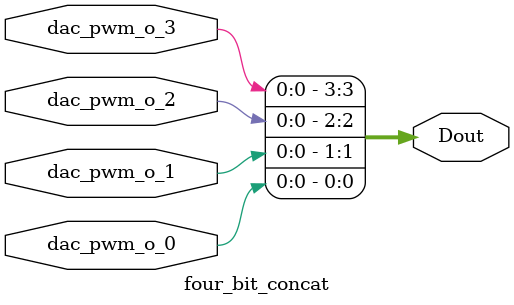
<source format=v>
`timescale 1ns / 1ps


module four_bit_concat(
input dac_pwm_o_0,
input dac_pwm_o_1,
input dac_pwm_o_2,
input dac_pwm_o_3,
output [3:0] Dout
    );
    assign Dout = {dac_pwm_o_3, dac_pwm_o_2, dac_pwm_o_1, dac_pwm_o_0};
    
endmodule

</source>
